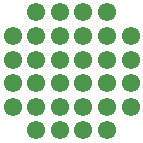
<source format=gts>
G04*
G04 #@! TF.GenerationSoftware,Altium Limited,Altium Designer,26.1.1 (7)*
G04*
G04 Layer_Color=8388736*
%FSLAX44Y44*%
%MOMM*%
G71*
G04*
G04 #@! TF.SameCoordinates,11DF8F28-643A-421D-AAF6-CDC362FA1963*
G04*
G04*
G04 #@! TF.FilePolarity,Negative*
G04*
G01*
G75*
%ADD11C,1.5500*%
D11*
X1306958Y2817276D02*
D03*
Y2777276D02*
D03*
Y2757276D02*
D03*
X1326958Y2737276D02*
D03*
Y2757276D02*
D03*
Y2777276D02*
D03*
Y2797276D02*
D03*
Y2817276D02*
D03*
X1326958Y2837276D02*
D03*
X1346958Y2737276D02*
D03*
Y2757276D02*
D03*
Y2777276D02*
D03*
Y2797276D02*
D03*
Y2817276D02*
D03*
Y2837276D02*
D03*
X1366958Y2737276D02*
D03*
Y2757276D02*
D03*
Y2777276D02*
D03*
Y2797276D02*
D03*
Y2817276D02*
D03*
Y2837276D02*
D03*
X1386958Y2737276D02*
D03*
Y2757276D02*
D03*
Y2777276D02*
D03*
Y2797276D02*
D03*
Y2817276D02*
D03*
Y2837276D02*
D03*
X1406958Y2777276D02*
D03*
Y2757276D02*
D03*
Y2817276D02*
D03*
Y2797276D02*
D03*
X1306958D02*
D03*
M02*

</source>
